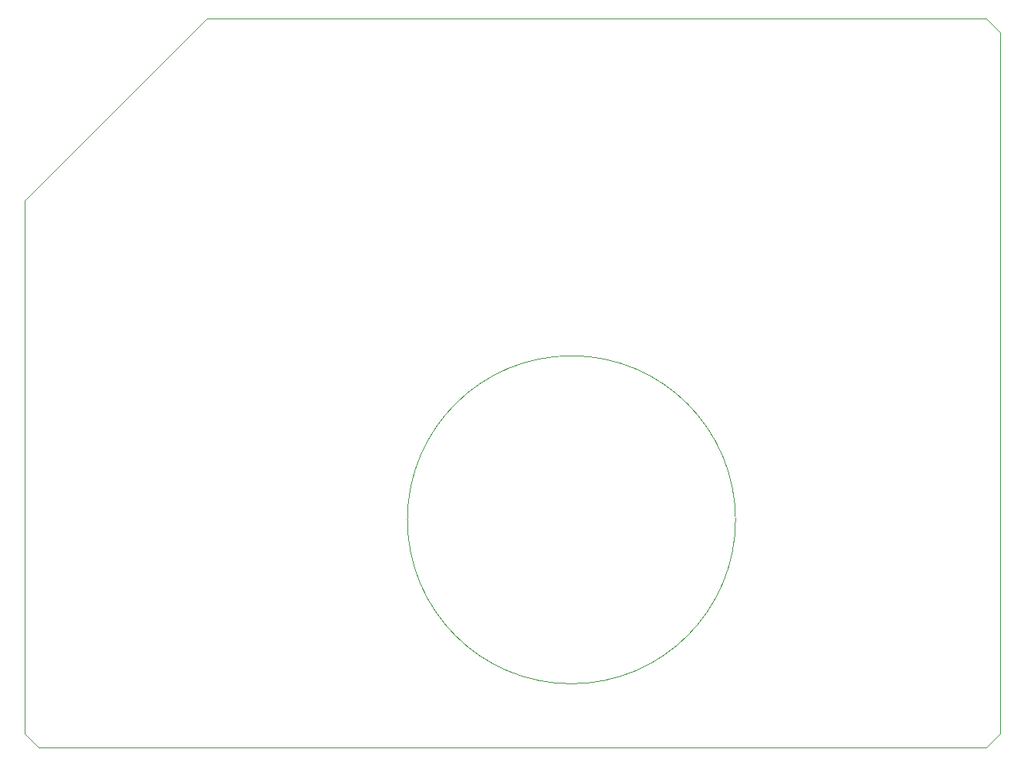
<source format=gm1>
G04 #@! TF.GenerationSoftware,KiCad,Pcbnew,8.0.6*
G04 #@! TF.CreationDate,2025-05-06T17:06:54+09:00*
G04 #@! TF.ProjectId,PCB,5043422e-6b69-4636-9164-5f7063625858,rev?*
G04 #@! TF.SameCoordinates,Original*
G04 #@! TF.FileFunction,Profile,NP*
%FSLAX46Y46*%
G04 Gerber Fmt 4.6, Leading zero omitted, Abs format (unit mm)*
G04 Created by KiCad (PCBNEW 8.0.6) date 2025-05-06 17:06:54*
%MOMM*%
%LPD*%
G01*
G04 APERTURE LIST*
G04 #@! TA.AperFunction,Profile*
%ADD10C,0.050000*%
G04 #@! TD*
G04 APERTURE END LIST*
D10*
X178050000Y-183400000D02*
X143550000Y-183400000D01*
X162050000Y-103400000D02*
X247550000Y-103400000D01*
X249050000Y-104900000D02*
X249050000Y-181900000D01*
X247550000Y-183400000D02*
X249050000Y-181900000D01*
X142050000Y-181900000D02*
X143550000Y-183400000D01*
X220050000Y-158400000D02*
G75*
G02*
X184050000Y-158400000I-18000000J0D01*
G01*
X184050000Y-158400000D02*
G75*
G02*
X220050000Y-158400000I18000000J0D01*
G01*
X142050000Y-181900000D02*
X142050000Y-123400000D01*
X178050000Y-183400000D02*
X228050000Y-183400000D01*
X142050000Y-123400000D02*
X162050000Y-103400000D01*
X228050000Y-183400000D02*
X247550000Y-183400000D01*
X247550000Y-103400000D02*
X249050000Y-104900000D01*
M02*

</source>
